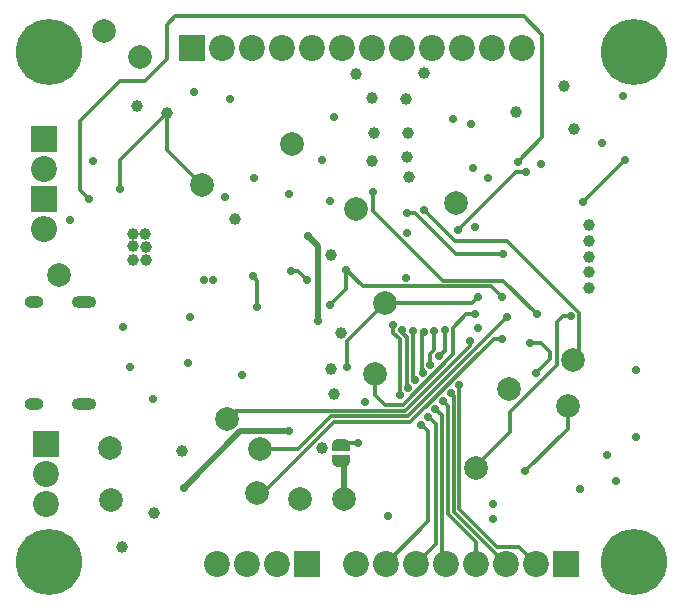
<source format=gbl>
G04 #@! TF.GenerationSoftware,KiCad,Pcbnew,8.0.6*
G04 #@! TF.CreationDate,2024-12-10T14:38:04-08:00*
G04 #@! TF.ProjectId,Constellation Stack V1.2,436f6e73-7465-46c6-9c61-74696f6e2053,rev?*
G04 #@! TF.SameCoordinates,Original*
G04 #@! TF.FileFunction,Copper,L4,Bot*
G04 #@! TF.FilePolarity,Positive*
%FSLAX46Y46*%
G04 Gerber Fmt 4.6, Leading zero omitted, Abs format (unit mm)*
G04 Created by KiCad (PCBNEW 8.0.6) date 2024-12-10 14:38:04*
%MOMM*%
%LPD*%
G01*
G04 APERTURE LIST*
G04 Aperture macros list*
%AMFreePoly0*
4,1,19,0.500000,-0.750000,0.000000,-0.750000,0.000000,-0.744911,-0.071157,-0.744911,-0.207708,-0.704816,-0.327430,-0.627875,-0.420627,-0.520320,-0.479746,-0.390866,-0.500000,-0.250000,-0.500000,0.250000,-0.479746,0.390866,-0.420627,0.520320,-0.327430,0.627875,-0.207708,0.704816,-0.071157,0.744911,0.000000,0.744911,0.000000,0.750000,0.500000,0.750000,0.500000,-0.750000,0.500000,-0.750000,
$1*%
%AMFreePoly1*
4,1,19,0.000000,0.744911,0.071157,0.744911,0.207708,0.704816,0.327430,0.627875,0.420627,0.520320,0.479746,0.390866,0.500000,0.250000,0.500000,-0.250000,0.479746,-0.390866,0.420627,-0.520320,0.327430,-0.627875,0.207708,-0.704816,0.071157,-0.744911,0.000000,-0.744911,0.000000,-0.750000,-0.500000,-0.750000,-0.500000,0.750000,0.000000,0.750000,0.000000,0.744911,0.000000,0.744911,
$1*%
G04 Aperture macros list end*
G04 #@! TA.AperFunction,ComponentPad*
%ADD10O,2.100000X1.000000*%
G04 #@! TD*
G04 #@! TA.AperFunction,ComponentPad*
%ADD11O,1.600000X1.000000*%
G04 #@! TD*
G04 #@! TA.AperFunction,ComponentPad*
%ADD12C,5.600000*%
G04 #@! TD*
G04 #@! TA.AperFunction,ComponentPad*
%ADD13C,2.000000*%
G04 #@! TD*
G04 #@! TA.AperFunction,ComponentPad*
%ADD14O,2.200000X2.200000*%
G04 #@! TD*
G04 #@! TA.AperFunction,ComponentPad*
%ADD15R,2.200000X2.200000*%
G04 #@! TD*
G04 #@! TA.AperFunction,ComponentPad*
%ADD16C,2.200000*%
G04 #@! TD*
G04 #@! TA.AperFunction,SMDPad,CuDef*
%ADD17FreePoly0,90.000000*%
G04 #@! TD*
G04 #@! TA.AperFunction,SMDPad,CuDef*
%ADD18FreePoly1,90.000000*%
G04 #@! TD*
G04 #@! TA.AperFunction,ViaPad*
%ADD19C,0.700000*%
G04 #@! TD*
G04 #@! TA.AperFunction,ViaPad*
%ADD20C,1.000000*%
G04 #@! TD*
G04 #@! TA.AperFunction,Conductor*
%ADD21C,0.300000*%
G04 #@! TD*
G04 #@! TA.AperFunction,Conductor*
%ADD22C,0.500000*%
G04 #@! TD*
G04 APERTURE END LIST*
D10*
X32120000Y-50350000D03*
D11*
X27940000Y-50350000D03*
D10*
X32120000Y-58990000D03*
D11*
X27940000Y-58990000D03*
D12*
X29210000Y-29210000D03*
X29210000Y-72390000D03*
X78740000Y-29210000D03*
X78740000Y-72380000D03*
D13*
X73540000Y-55260000D03*
X34410000Y-67130000D03*
X34370000Y-62680000D03*
X46810000Y-66500000D03*
X30010000Y-48060000D03*
D14*
X28790000Y-44160000D03*
D15*
X28790000Y-41620000D03*
D16*
X28790000Y-39080000D03*
D15*
X28790000Y-36540000D03*
D13*
X33860000Y-27360000D03*
X73090000Y-59160000D03*
X54170000Y-67000000D03*
X36880000Y-29630000D03*
D15*
X41260000Y-28850000D03*
D16*
X43800000Y-28850000D03*
X46340000Y-28850000D03*
X48880000Y-28850000D03*
X51420000Y-28850000D03*
X53960000Y-28850000D03*
X56500000Y-28850000D03*
X59040000Y-28850000D03*
X61580000Y-28850000D03*
X64120000Y-28850000D03*
X66660000Y-28850000D03*
X69200000Y-28850000D03*
D13*
X49750000Y-36960000D03*
X50450000Y-67000000D03*
X55190000Y-42440001D03*
X56810000Y-56400000D03*
X44280000Y-60270000D03*
X68090000Y-57670000D03*
X65330000Y-64400000D03*
X42160000Y-40440000D03*
D17*
X53890000Y-63777501D03*
D18*
X53890000Y-62477501D03*
D15*
X51050000Y-72520000D03*
D16*
X48510000Y-72520000D03*
X45970000Y-72520000D03*
X43430000Y-72520000D03*
D13*
X63670000Y-41940000D03*
X57640000Y-50440000D03*
D16*
X28910000Y-67460000D03*
X28910000Y-64920000D03*
D15*
X28910000Y-62380000D03*
X72930000Y-72530000D03*
D16*
X70390000Y-72530000D03*
X67850000Y-72530000D03*
X65310000Y-72530000D03*
X62770000Y-72530000D03*
X60230000Y-72530000D03*
X57690000Y-72530000D03*
X55150000Y-72530000D03*
D13*
X47070000Y-62810000D03*
D19*
X35210000Y-40800000D03*
D20*
X39200000Y-34310000D03*
X56540000Y-38380000D03*
X36619921Y-33780000D03*
D19*
X44100000Y-41490000D03*
X42320000Y-48480000D03*
X32940000Y-38420000D03*
X65540000Y-52550000D03*
X76400000Y-63320000D03*
D20*
X74940000Y-46510000D03*
X74940000Y-49160000D03*
D19*
X44480000Y-33140000D03*
D20*
X53280000Y-58170000D03*
X35340000Y-71050000D03*
X52280000Y-62740000D03*
D19*
X52940000Y-41750000D03*
X41490000Y-32569999D03*
X59395450Y-48295318D03*
D20*
X74940000Y-45185000D03*
X56508284Y-33058767D03*
X59609106Y-36054748D03*
D19*
X57900000Y-68480000D03*
D20*
X72810000Y-32080000D03*
X59439380Y-33116796D03*
D19*
X65050000Y-39000000D03*
X30930000Y-43390000D03*
X78840000Y-56131251D03*
X36051486Y-55881110D03*
D20*
X68690000Y-34260000D03*
X59640000Y-39800000D03*
D19*
X65260000Y-43989500D03*
X45550000Y-56500000D03*
X41160000Y-51580000D03*
X40980000Y-55517500D03*
X63350000Y-34830000D03*
D20*
X74940000Y-47835000D03*
D19*
X49540000Y-41240000D03*
D20*
X56660000Y-36010000D03*
D19*
X35460000Y-52470000D03*
D20*
X40470000Y-62990000D03*
D19*
X43070000Y-48500000D03*
D20*
X59485500Y-38080000D03*
X53035001Y-46390318D03*
X44910000Y-43300000D03*
X53090000Y-56020000D03*
X55200000Y-31000000D03*
X74940000Y-43860000D03*
D19*
X46499016Y-39880000D03*
D20*
X60920000Y-30990000D03*
D19*
X76000000Y-36840000D03*
D20*
X38050000Y-68250000D03*
D19*
X55940000Y-58830000D03*
D20*
X53870000Y-52940000D03*
D19*
X66790000Y-68700000D03*
X53330000Y-34710000D03*
X66350000Y-39850000D03*
X70800000Y-38670000D03*
X64910000Y-35280000D03*
X77790000Y-32909999D03*
X37970000Y-58570000D03*
X78860000Y-61731251D03*
D20*
X73670000Y-35660000D03*
D19*
X59530000Y-44500000D03*
D20*
X37350000Y-44550000D03*
D19*
X74100000Y-66145000D03*
D20*
X37400000Y-45650000D03*
X36300000Y-46750000D03*
X37400000Y-46750000D03*
D19*
X66790000Y-67410000D03*
X52290000Y-38280000D03*
D20*
X36300000Y-45640000D03*
D19*
X77150000Y-65510000D03*
D20*
X36300000Y-44550000D03*
D19*
X69540000Y-39330000D03*
X63790000Y-44230000D03*
X49630000Y-47680000D03*
X51060000Y-48500000D03*
X51950000Y-51930000D03*
X49520000Y-61300000D03*
X51120000Y-44760000D03*
X40570000Y-66110000D03*
X54340000Y-47640000D03*
X67530000Y-49920000D03*
X52940000Y-50610000D03*
X46450000Y-48170000D03*
X46825813Y-50790863D03*
X55310000Y-62320000D03*
X67960000Y-51610000D03*
X32570000Y-41660000D03*
X68850000Y-38480000D03*
X74400000Y-41850000D03*
X77920000Y-38340000D03*
X70410000Y-56360000D03*
X69880189Y-53830567D03*
X70470000Y-51379500D03*
X56640000Y-41010000D03*
X60922500Y-42560000D03*
X59450000Y-42790000D03*
X67650000Y-46270000D03*
X69510000Y-64670000D03*
X73340000Y-51550000D03*
X67570000Y-53441000D03*
X64790000Y-53650000D03*
X54420000Y-55810000D03*
X65520000Y-49900500D03*
X65290000Y-51400000D03*
X62696128Y-52740000D03*
X63923175Y-57343175D03*
X62225122Y-54941422D03*
X63230500Y-58085837D03*
X61800893Y-52827508D03*
X61464804Y-55701740D03*
X62533774Y-58732575D03*
X60901599Y-52846847D03*
X60828760Y-56337784D03*
X60002191Y-52833788D03*
X60192716Y-56973828D03*
X61897730Y-59368620D03*
X61303671Y-60044045D03*
X59106833Y-52747539D03*
X59556672Y-57609873D03*
X60716198Y-60725206D03*
X58920628Y-58245917D03*
X58338209Y-52280291D03*
D21*
X45020000Y-59530000D02*
X44280000Y-60270000D01*
X64790000Y-54072894D02*
X59332894Y-59530000D01*
X59332894Y-59530000D02*
X45020000Y-59530000D01*
X64790000Y-53650000D02*
X64790000Y-54072894D01*
X35210000Y-38300000D02*
X39200000Y-34310000D01*
X39200000Y-37480000D02*
X42160000Y-40440000D01*
X35210000Y-40800000D02*
X35210000Y-38300000D01*
X39200000Y-34310000D02*
X39200000Y-37480000D01*
X69540000Y-39330000D02*
X68690000Y-39330000D01*
X50240000Y-47680000D02*
X51060000Y-48500000D01*
X68690000Y-39330000D02*
X63790000Y-44230000D01*
X49630000Y-47680000D02*
X50240000Y-47680000D01*
D22*
X51950000Y-45590000D02*
X51950000Y-51930000D01*
X40570000Y-66060000D02*
X40570000Y-66110000D01*
X49520000Y-61300000D02*
X45330000Y-61300000D01*
X51120000Y-44760000D02*
X51950000Y-45590000D01*
X45330000Y-61300000D02*
X40570000Y-66060000D01*
D21*
X54340000Y-47640000D02*
X55730000Y-49030000D01*
X66640000Y-49030000D02*
X67530000Y-49920000D01*
X54340000Y-49210000D02*
X54340000Y-47640000D01*
X55730000Y-49030000D02*
X66640000Y-49030000D01*
X52940000Y-50610000D02*
X54340000Y-49210000D01*
D22*
X54170000Y-64057501D02*
X53890000Y-63777501D01*
X54170000Y-67000000D02*
X54170000Y-64057501D01*
D21*
X46825813Y-48545813D02*
X46450000Y-48170000D01*
X46825813Y-50790863D02*
X46825813Y-48545813D01*
X55310000Y-62320000D02*
X54047501Y-62320000D01*
X54047501Y-62320000D02*
X53890000Y-62477501D01*
X50300812Y-62810000D02*
X47070000Y-62810000D01*
X53080811Y-60030000D02*
X50300812Y-62810000D01*
X67960000Y-51610000D02*
X59540000Y-60030000D01*
X59540000Y-60030000D02*
X53080811Y-60030000D01*
X39140000Y-26860000D02*
X39140000Y-29790000D01*
X39140000Y-29790000D02*
X37290000Y-31640000D01*
X70960000Y-27700000D02*
X69390000Y-26130000D01*
X31800000Y-35030000D02*
X31800000Y-40890000D01*
X69390000Y-26130000D02*
X39870000Y-26130000D01*
X70960000Y-36370000D02*
X70960000Y-27700000D01*
X68850000Y-38480000D02*
X70960000Y-36370000D01*
X35190000Y-31640000D02*
X31800000Y-35030000D01*
X39870000Y-26130000D02*
X39140000Y-26860000D01*
X37290000Y-31640000D02*
X35190000Y-31640000D01*
X31800000Y-40890000D02*
X32570000Y-41660000D01*
X77910000Y-38340000D02*
X77920000Y-38340000D01*
X74400000Y-41850000D02*
X77910000Y-38340000D01*
X62570050Y-48530000D02*
X67620500Y-48530000D01*
X70830517Y-53830567D02*
X71570000Y-54570050D01*
X71570000Y-54570050D02*
X71570000Y-55200000D01*
X56640000Y-41010000D02*
X56640000Y-42599950D01*
X56640000Y-42599950D02*
X62570050Y-48530000D01*
X67620500Y-48530000D02*
X70470000Y-51379500D01*
X71570000Y-55200000D02*
X70410000Y-56360000D01*
X69880189Y-53830567D02*
X70830517Y-53830567D01*
X74040000Y-54760000D02*
X73540000Y-55260000D01*
X63572500Y-45210000D02*
X67989950Y-45210000D01*
X60922500Y-42560000D02*
X63572500Y-45210000D01*
X67989950Y-45210000D02*
X74040000Y-51260050D01*
X74040000Y-51260050D02*
X74040000Y-54760000D01*
X63642550Y-46270000D02*
X67650000Y-46270000D01*
X69510000Y-64670000D02*
X73090000Y-61090000D01*
X59450000Y-42790000D02*
X60162550Y-42790000D01*
X73090000Y-61090000D02*
X73090000Y-59160000D01*
X60162550Y-42790000D02*
X63642550Y-46270000D01*
X73340000Y-51550000D02*
X72670000Y-51550000D01*
X72670000Y-51550000D02*
X72190000Y-52030000D01*
X72190000Y-55660000D02*
X68170000Y-59680000D01*
X68170000Y-59680000D02*
X68170000Y-61350000D01*
X65330000Y-64190000D02*
X65330000Y-64400000D01*
X72190000Y-52030000D02*
X72190000Y-55660000D01*
X68170000Y-61350000D02*
X65330000Y-64190000D01*
X53287918Y-60530000D02*
X47317918Y-66500000D01*
X66836106Y-53441000D02*
X59747106Y-60530000D01*
X59747106Y-60530000D02*
X53287918Y-60530000D01*
X67570000Y-53441000D02*
X66836106Y-53441000D01*
X47317918Y-66500000D02*
X46810000Y-66500000D01*
X57640000Y-50440000D02*
X64980500Y-50440000D01*
X54420000Y-53660000D02*
X57640000Y-50440000D01*
X54420000Y-55810000D02*
X54420000Y-53660000D01*
X64980500Y-50440000D02*
X65520000Y-49900500D01*
X57590000Y-59030000D02*
X56810000Y-58250000D01*
X56810000Y-58250000D02*
X56810000Y-56400000D01*
X63395628Y-54760160D02*
X59125788Y-59030000D01*
X59125788Y-59030000D02*
X57590000Y-59030000D01*
X63395628Y-52504372D02*
X63395628Y-54760160D01*
X65290000Y-51400000D02*
X64500000Y-51400000D01*
X64500000Y-51400000D02*
X63395628Y-52504372D01*
X67107106Y-71080000D02*
X68940000Y-71080000D01*
X62225122Y-54941422D02*
X62696128Y-54470416D01*
X68940000Y-71080000D02*
X70390000Y-72530000D01*
X62696128Y-54470416D02*
X62696128Y-52740000D01*
X63923175Y-57343175D02*
X63930000Y-57350000D01*
X63930000Y-57350000D02*
X63930000Y-67902894D01*
X63930000Y-67902894D02*
X67107106Y-71080000D01*
X63230500Y-58085837D02*
X63430000Y-58285337D01*
X61464804Y-54712369D02*
X61800893Y-54376280D01*
X61464804Y-55701740D02*
X61464804Y-54712369D01*
X63430000Y-68110000D02*
X67850000Y-72530000D01*
X63430000Y-58285337D02*
X63430000Y-68110000D01*
X61800893Y-54376280D02*
X61800893Y-52827508D01*
X65310000Y-70697106D02*
X65310000Y-72530000D01*
X62533774Y-58732575D02*
X62930000Y-59128801D01*
X60828760Y-56337784D02*
X60828760Y-56055646D01*
X60764804Y-52983642D02*
X60901599Y-52846847D01*
X60828760Y-56055646D02*
X60764804Y-55991690D01*
X62930000Y-68317106D02*
X65310000Y-70697106D01*
X60764804Y-55991690D02*
X60764804Y-52983642D01*
X62930000Y-59128801D02*
X62930000Y-68317106D01*
X60192716Y-56973828D02*
X60002191Y-56783303D01*
X60002191Y-56783303D02*
X60002191Y-52833788D01*
X62430000Y-59900890D02*
X62430000Y-72190000D01*
X62430000Y-72190000D02*
X62770000Y-72530000D01*
X61897730Y-59368620D02*
X62430000Y-59900890D01*
X61930000Y-60670374D02*
X61930000Y-70830000D01*
X59492716Y-53314263D02*
X59106833Y-52928380D01*
X59492716Y-57545917D02*
X59492716Y-53314263D01*
X59556672Y-57609873D02*
X59492716Y-57545917D01*
X61370000Y-60110374D02*
X61930000Y-60670374D01*
X59106833Y-52928380D02*
X59106833Y-52747539D01*
X61930000Y-70830000D02*
X60230000Y-72530000D01*
X58856672Y-58181961D02*
X58856672Y-53487328D01*
X58338209Y-52968865D02*
X58338209Y-52280291D01*
X58920628Y-58245917D02*
X58856672Y-58181961D01*
X58856672Y-53487328D02*
X58338209Y-52968865D01*
X61300000Y-68920000D02*
X57690000Y-72530000D01*
X60735206Y-60725206D02*
X61300000Y-61290000D01*
X60716198Y-60725206D02*
X60735206Y-60725206D01*
X61300000Y-61290000D02*
X61300000Y-68920000D01*
M02*

</source>
